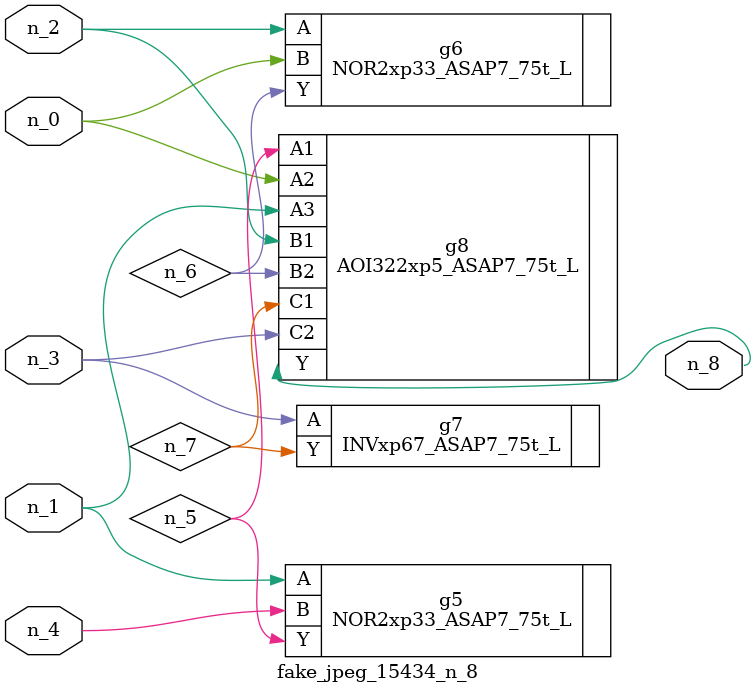
<source format=v>
module fake_jpeg_15434_n_8 (n_3, n_2, n_1, n_0, n_4, n_8);

input n_3;
input n_2;
input n_1;
input n_0;
input n_4;

output n_8;

wire n_6;
wire n_5;
wire n_7;

NOR2xp33_ASAP7_75t_L g5 ( 
.A(n_1),
.B(n_4),
.Y(n_5)
);

NOR2xp33_ASAP7_75t_L g6 ( 
.A(n_2),
.B(n_0),
.Y(n_6)
);

INVxp67_ASAP7_75t_L g7 ( 
.A(n_3),
.Y(n_7)
);

AOI322xp5_ASAP7_75t_L g8 ( 
.A1(n_5),
.A2(n_0),
.A3(n_1),
.B1(n_2),
.B2(n_6),
.C1(n_7),
.C2(n_3),
.Y(n_8)
);


endmodule
</source>
